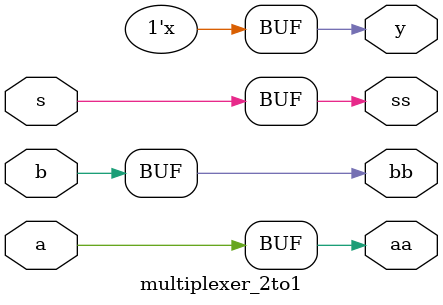
<source format=v>
module multiplexer_2to1_hazard(
  a,  //Input 1
  b,  //Input 2
  s,  //Switch 1
  y); //Output
  
  input a;
  input b;
  input s;

  output y;

  wire a;
  wire b;
  wire s;
  reg y;
  reg t0;
  reg t1;
  reg t2;
  
  always @(*)
  begin
    //y<=a&!s|b&s;
    t0<=~s;
    t1<=a&t0;
    t2<=b&s;
    y<=t1|t2;
  end
  
endmodule

module multiplexer_2to1(
  a,  //Input 1
  b,  //Input 2
  s,  //Switch 1
  y, //Output
  aa,
  bb,
  ss);
  
  input a;
  input b;
  input s;

  output aa;
  output bb;
  output ss;
  output y;

  wire a;
  wire b;
  wire s;
  wire aa;
  wire bb;
  wire ss;
  reg y;
  reg t0;
  reg t1;
  reg t2;
  reg t3;
  
  assign aa=a;
  assign bb=b;
  assign ss=s;
  
  always @(*)
  begin
    //y<=a&!s|b&s;
    t0<=~s;
    t1<=a&t0;
    t2<=b&s;
    t3<=a&b;
    y<=t1|t2|t3;
  end
  
endmodule

</source>
